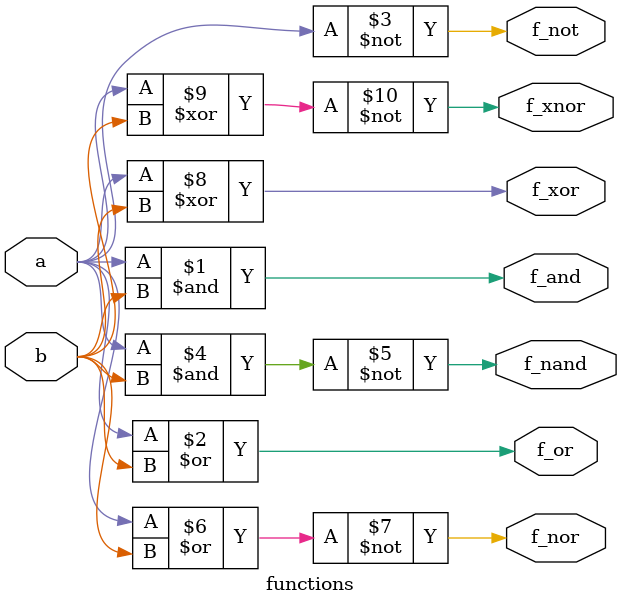
<source format=v>
module functions (a,b,f_and, f_or, f_not, f_nand, f_nor, f_xor, f_xnor);
	input a, b;
	output f_and, f_or, f_not, f_nand, f_nor, f_xor, f_xnor;
	assign f_and   =  a & b;
	assign f_or    =  a | b;
	assign f_not   =  ~a;
	assign f_nand  = ~(a & b);
	assign f_nor   = ~(a | b);
	assign f_xor   =  a ^ b;
	assign f_xnor   = ~(a ^ b);

endmodule
</source>
